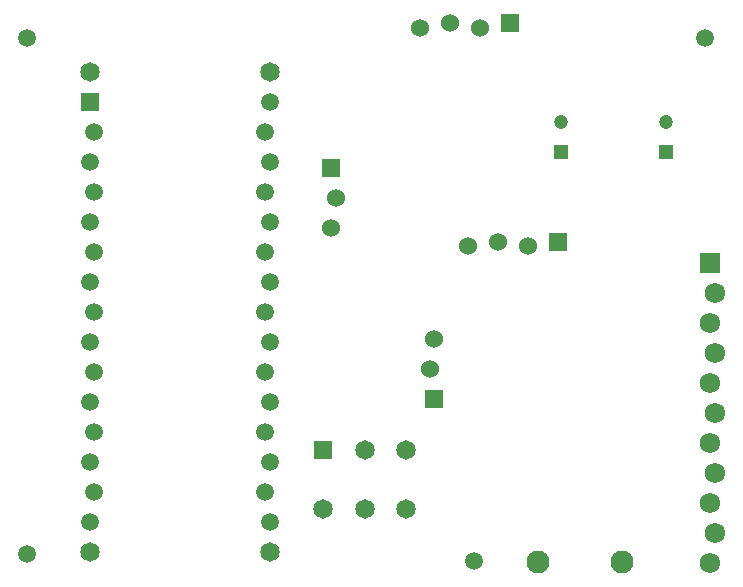
<source format=gbr>
%TF.GenerationSoftware,Altium Limited,Altium Designer,24.0.1 (36)*%
G04 Layer_Color=255*
%FSLAX45Y45*%
%MOMM*%
%TF.SameCoordinates,87475131-42DB-44E4-9C0F-69BDD36FC7AA*%
%TF.FilePolarity,Positive*%
%TF.FileFunction,Pads,Bot*%
%TF.Part,Single*%
G01*
G75*
%TA.AperFunction,ComponentPad*%
%ADD22R,1.52400X1.52400*%
%ADD23C,1.52400*%
%ADD24R,1.52400X1.52400*%
%ADD25C,1.50000*%
%ADD26C,1.95000*%
%ADD27C,1.72500*%
%ADD28R,1.72500X1.72500*%
%ADD29R,1.20000X1.20000*%
%ADD30C,1.20000*%
%ADD31R,1.65000X1.65000*%
%ADD32C,1.65000*%
%ADD33C,1.65100*%
%ADD34C,1.50800*%
%ADD35R,1.50800X1.50800*%
D22*
X3693500Y1603200D02*
D03*
X2817500Y3556000D02*
D03*
D23*
X3653500Y1857200D02*
D03*
X3693500Y2111200D02*
D03*
X3569500Y4746200D02*
D03*
X4077500D02*
D03*
X3823500Y4786200D02*
D03*
X3975100Y2893700D02*
D03*
X4483100D02*
D03*
X4229100Y2933700D02*
D03*
X2817500Y3048000D02*
D03*
X2857500Y3302000D02*
D03*
D24*
X4331500Y4786200D02*
D03*
X4737100Y2933700D02*
D03*
D25*
X4025900Y228600D02*
D03*
X241300Y292100D02*
D03*
Y4660900D02*
D03*
X5981700D02*
D03*
D26*
X4570100Y226500D02*
D03*
X5285100D02*
D03*
D27*
X6070600Y469900D02*
D03*
Y977900D02*
D03*
Y1485900D02*
D03*
X6030600Y2247900D02*
D03*
Y215900D02*
D03*
Y723900D02*
D03*
Y1231900D02*
D03*
Y1739900D02*
D03*
X6070600Y1993900D02*
D03*
Y2501900D02*
D03*
D28*
X6030600Y2755900D02*
D03*
D29*
X4762500Y3695700D02*
D03*
X5658353Y3695699D02*
D03*
D30*
X4762500Y3949700D02*
D03*
X5658353Y3949699D02*
D03*
D31*
X2754400Y1168400D02*
D03*
D32*
Y668400D02*
D03*
X3104400Y1168400D02*
D03*
Y668400D02*
D03*
X3454400Y1168400D02*
D03*
Y668400D02*
D03*
D33*
X2298700Y4368800D02*
D03*
X774700D02*
D03*
X2298700Y304800D02*
D03*
X774700D02*
D03*
D34*
X2298700Y4114800D02*
D03*
X2258700Y3860800D02*
D03*
X2298700Y3606800D02*
D03*
X2258700Y3352800D02*
D03*
X2298700Y3098800D02*
D03*
X2258700Y2844800D02*
D03*
X2298700Y2590800D02*
D03*
X2258700Y2336800D02*
D03*
X2298700Y2082800D02*
D03*
X2258700Y1828800D02*
D03*
X2298700Y1574800D02*
D03*
X2258700Y1320800D02*
D03*
X2298700Y1066800D02*
D03*
X2258700Y812800D02*
D03*
X2298700Y558800D02*
D03*
X774700D02*
D03*
X814700Y812800D02*
D03*
X774700Y1066800D02*
D03*
X814700Y1320800D02*
D03*
X774700Y1574800D02*
D03*
X814700Y1828800D02*
D03*
X774700Y2082800D02*
D03*
X814700Y2336800D02*
D03*
X774700Y2590800D02*
D03*
X814700Y2844800D02*
D03*
X774700Y3098800D02*
D03*
X814700Y3352800D02*
D03*
X774700Y3606800D02*
D03*
X814700Y3860800D02*
D03*
D35*
X774700Y4114800D02*
D03*
%TF.MD5,4d3888fc7451cb5903ec0238ebb58bd5*%
M02*

</source>
